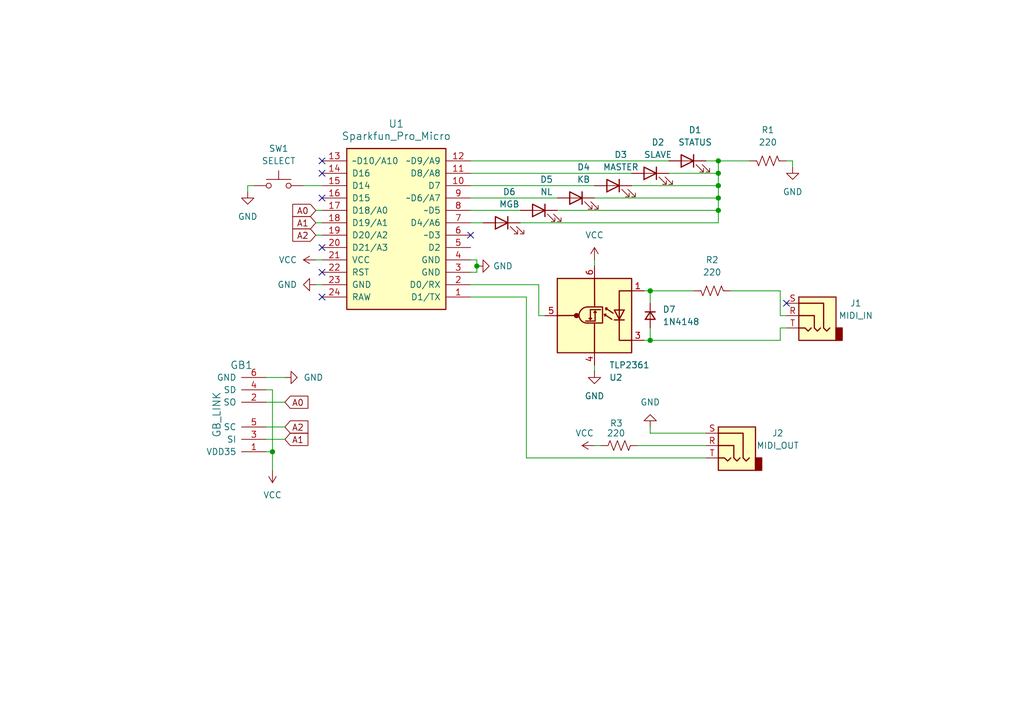
<source format=kicad_sch>
(kicad_sch (version 20231120) (generator "eeschema") (generator_version "8.0")
  (paper "A5")
  (title_block (title "Arduinoboy Pro Micro") (date "2024-03-17") (rev "1") (company "ROKH ENTERPRISES LLC") (comment 1 "Iran E. Garcia"))
  (lib_symbols
    (symbol "Arduino:Sparkfun_Pro_Micro" (pin_names (offset 1.016))
      (property "Reference" "U" (at -8.89 21.59 0))
      (property "Value" "Sparkfun_Pro_Micro" (at 0 19.05 0))
      (symbol "Sparkfun_Pro_Micro_0_1"
        (rectangle (start -10.16 17.78) (end 10.16 -15.24) (stroke (width 0.254)) (fill (type background)))
      )
      (symbol "Sparkfun_Pro_Micro_1_1"
        (pin bidirectional line (at -15.24 15.24 0) (length 5.08) (name "D1/TX") (number "1"))
        (pin bidirectional line (at -15.24 -7.62 0) (length 5.08) (name "D7") (number "10"))
        (pin bidirectional line (at -15.24 -10.16 0) (length 5.08) (name "D8/A8") (number "11"))
        (pin bidirectional line (at -15.24 -12.7 0) (length 5.08) (name "~D9/A9") (number "12"))
        (pin bidirectional line (at 15.24 -12.7 180) (length 5.08) (name "~D10/A10") (number "13"))
        (pin bidirectional line (at 15.24 -10.16 180) (length 5.08) (name "D16") (number "14"))
        (pin bidirectional line (at 15.24 -7.62 180) (length 5.08) (name "D14") (number "15"))
        (pin bidirectional line (at 15.24 -5.08 180) (length 5.08) (name "D15") (number "16"))
        (pin bidirectional line (at 15.24 -2.54 180) (length 5.08) (name "D18/A0") (number "17"))
        (pin bidirectional line (at 15.24 0 180) (length 5.08) (name "D19/A1") (number "18"))
        (pin bidirectional line (at 15.24 2.54 180) (length 5.08) (name "D20/A2") (number "19"))
        (pin bidirectional line (at -15.24 12.7 0) (length 5.08) (name "D0/RX") (number "2"))
        (pin bidirectional line (at 15.24 5.08 180) (length 5.08) (name "D21/A3") (number "20"))
        (pin power_in line (at 15.24 7.62 180) (length 5.08) (name "VCC") (number "21"))
        (pin input line (at 15.24 10.16 180) (length 5.08) (name "RST") (number "22"))
        (pin power_in line (at 15.24 12.7 180) (length 5.08) (name "GND") (number "23"))
        (pin power_in line (at 15.24 15.24 180) (length 5.08) (name "RAW") (number "24"))
        (pin power_in line (at -15.24 10.16 0) (length 5.08) (name "GND") (number "3"))
        (pin power_in line (at -15.24 7.62 0) (length 5.08) (name "GND") (number "4"))
        (pin bidirectional line (at -15.24 5.08 0) (length 5.08) (name "D2") (number "5"))
        (pin bidirectional line (at -15.24 2.54 0) (length 5.08) (name "~D3") (number "6"))
        (pin bidirectional line (at -15.24 0 0) (length 5.08) (name "D4/A6") (number "7"))
        (pin bidirectional line (at -15.24 -2.54 0) (length 5.08) (name "~D5") (number "8"))
        (pin bidirectional line (at -15.24 -5.08 0) (length 5.08) (name "~D6/A7") (number "9"))
      )
    )
    (symbol "Connector_Audio:AudioJack3"
      (property "Reference" "J" (at 0 8.89 0))
      (property "Value" "AudioJack3" (at 0 6.35 0))
      (symbol "AudioJack3_0_1"
        (rectangle (start -5.08 -5.08) (end -6.35 -2.54) (stroke (width 0.254)) (fill (type outline)))
        (polyline (pts (xy 0 -2.54) (xy 0.635 -3.175) (xy 1.27 -2.54) (xy 2.54 -2.54)) (stroke (width 0.254)))
        (polyline (pts (xy -1.905 -2.54) (xy -1.27 -3.175) (xy -0.635 -2.54) (xy -0.635 0) (xy 2.54 0)) (stroke (width 0.254)))
        (polyline (pts (xy 2.54 2.54) (xy -2.54 2.54) (xy -2.54 -2.54) (xy -3.175 -3.175) (xy -3.81 -2.54)) (stroke (width 0.254)))
        (rectangle (start 2.54 3.81) (end -5.08 -5.08) (stroke (width 0.254)) (fill (type background)))
      )
      (symbol "AudioJack3_1_1"
        (pin passive line (at 5.08 0 180) (length 2.54) (name "~") (number "R"))
        (pin passive line (at 5.08 2.54 180) (length 2.54) (name "~") (number "S"))
        (pin passive line (at 5.08 -2.54 180) (length 2.54) (name "~") (number "T"))
      )
    )
    (symbol "Device:D_Small" (pin_numbers hide) (pin_names (offset 0.254) hide)
      (property "Reference" "D" (at -1.27 2.032 0))
      (property "Value" "D_Small" (at -3.81 -2.032 0))
      (symbol "D_Small_0_1"
        (polyline (pts (xy -0.762 -1.016) (xy -0.762 1.016)) (stroke (width 0.254)))
        (polyline (pts (xy -0.762 0) (xy 0.762 0)))
        (polyline (pts (xy 0.762 -1.016) (xy -0.762 0) (xy 0.762 1.016) (xy 0.762 -1.016)) (stroke (width 0.254)))
      )
      (symbol "D_Small_1_1"
        (pin passive line (at -2.54 0 0) (length 1.778) (name "K") (number "1"))
        (pin passive line (at 2.54 0 180) (length 1.778) (name "A") (number "2"))
      )
    )
    (symbol "Device:LED" (pin_numbers hide) (pin_names (offset 1.016) hide)
      (property "Reference" "D" (at 0 2.54 0))
      (property "Value" "LED" (at 0 -2.54 0))
      (symbol "LED_0_1"
        (polyline (pts (xy -1.27 -1.27) (xy -1.27 1.27)) (stroke (width 0.254)))
        (polyline (pts (xy -1.27 0) (xy 1.27 0)))
        (polyline (pts (xy 1.27 -1.27) (xy 1.27 1.27) (xy -1.27 0) (xy 1.27 -1.27)) (stroke (width 0.254)))
        (polyline (pts (xy -3.048 -0.762) (xy -4.572 -2.286) (xy -3.81 -2.286) (xy -4.572 -2.286) (xy -4.572 -1.524)))
        (polyline (pts (xy -1.778 -0.762) (xy -3.302 -2.286) (xy -2.54 -2.286) (xy -3.302 -2.286) (xy -3.302 -1.524)))
      )
      (symbol "LED_1_1"
        (pin passive line (at -3.81 0 0) (length 2.54) (name "K") (number "1"))
        (pin passive line (at 3.81 0 180) (length 2.54) (name "A") (number "2"))
      )
    )
    (symbol "Device:R_US" (pin_numbers hide) (pin_names (offset 0))
      (property "Reference" "R" (at 2.54 0 90))
      (property "Value" "R_US" (at -2.54 0 90))
      (symbol "R_US_0_1"
        (polyline (pts (xy 0 -2.286) (xy 0 -2.54)))
        (polyline (pts (xy 0 2.286) (xy 0 2.54)))
        (polyline (pts (xy 0 -0.762) (xy 1.016 -1.143) (xy 0 -1.524) (xy -1.016 -1.905) (xy 0 -2.286)))
        (polyline (pts (xy 0 0.762) (xy 1.016 0.381) (xy 0 0) (xy -1.016 -0.381) (xy 0 -0.762)))
        (polyline (pts (xy 0 2.286) (xy 1.016 1.905) (xy 0 1.524) (xy -1.016 1.143) (xy 0 0.762)))
      )
      (symbol "R_US_1_1"
        (pin passive line (at 0 3.81 270) (length 1.27) (name "~") (number "1"))
        (pin passive line (at 0 -3.81 90) (length 1.27) (name "~") (number "2"))
      )
    )
    (symbol "GND_1" (power) (pin_numbers hide) (pin_names (offset 0) hide)
      (property "Value" "GND" (at 0 -3.81 0))
      (symbol "GND_1_0_1"
        (polyline (pts (xy 0 0) (xy 0 -1.27) (xy 1.27 -1.27) (xy 0 -2.54) (xy -1.27 -1.27) (xy 0 -1.27)))
      )
      (symbol "GND_1_1_1"
        (pin power_in line (at 0 0 270) (length 0) (name "~") (number "1"))
      )
    )
    (symbol "GND_2" (power) (pin_numbers hide) (pin_names (offset 0) hide)
      (property "Value" "GND" (at 0 -3.81 0))
      (symbol "GND_2_0_1"
        (polyline (pts (xy 0 0) (xy 0 -1.27) (xy 1.27 -1.27) (xy 0 -2.54) (xy -1.27 -1.27) (xy 0 -1.27)))
      )
      (symbol "GND_2_1_1"
        (pin power_in line (at 0 0 270) (length 0) (name "~") (number "1"))
      )
    )
    (symbol "Switch:SW_Push" (pin_numbers hide) (pin_names (offset 1.016) hide)
      (property "Reference" "SW" (at 1.27 2.54 0))
      (property "Value" "SW_Push" (at 0 -1.524 0))
      (symbol "SW_Push_0_1"
        (circle (center -2.032 0) (radius 0.508))
        (polyline (pts (xy 0 1.27) (xy 0 3.048)))
        (polyline (pts (xy 2.54 1.27) (xy -2.54 1.27)))
        (circle (center 2.032 0) (radius 0.508))
        (pin passive line (at -5.08 0 0) (length 2.54) (name "1") (number "1"))
        (pin passive line (at 5.08 0 180) (length 2.54) (name "2") (number "2"))
      )
    )
    (symbol "TLP-2361:TLP2361" (pin_names (offset 1.016) hide)
      (property "Reference" "U" (at -7.112 8.89 0))
      (property "Value" "TLP2361" (at 1.016 9.144 0))
      (symbol "TLP2361_0_1"
        (rectangle (start -7.62 7.62) (end 7.62 -7.62) (stroke (width 0.254)) (fill (type background)))
        (polyline (pts (xy -6.096 -0.889) (xy -4.064 -0.889)) (stroke (width 0.254)))
        (polyline (pts (xy -5.08 -1.27) (xy -5.08 -0.762)) (stroke (width 0.254)))
        (polyline (pts (xy -5.08 1.27) (xy -5.08 -0.762)) (stroke (width 0.254)))
        (polyline (pts (xy -3.81 0.508) (xy -2.286 1.524)) (stroke (width 0.254)))
        (polyline (pts (xy -3.556 -0.762) (xy -2.032 0.254)) (stroke (width 0.254)))
        (polyline (pts (xy -2.286 1.524) (xy -2.5908 1.5748)) (stroke (width 0.254)))
        (polyline (pts (xy -2.286 1.524) (xy -2.3876 1.1684)) (stroke (width 0.254)))
        (polyline (pts (xy -2.032 0.254) (xy -2.3368 0.3048)) (stroke (width 0.254)))
        (polyline (pts (xy -2.032 0.254) (xy -2.1336 -0.1016)) (stroke (width 0.254)))
        (polyline (pts (xy -0.127 -1.1176) (xy 1.8034 -1.1176)) (stroke (width 0.254)))
        (polyline (pts (xy -0.127 0.9144) (xy -0.127 -1.1176)) (stroke (width 0.254)))
        (polyline (pts (xy 0 -7.5946) (xy 0 -1.5748)) (stroke (width 0.254)))
        (polyline (pts (xy 0 7.6454) (xy -0.0254 1.8288)) (stroke (width 0.254)))
        (polyline (pts (xy 0.8382 1.2192) (xy -1.2446 1.2192)) (stroke (width 0.254)))
        (polyline (pts (xy 4.064 0.0254) (xy 7.7216 0)) (stroke (width 0.254)))
        (polyline (pts (xy -7.62 -5.08) (xy -5.08 -5.08) (xy -5.08 -1.27)) (stroke (width 0.254)))
        (polyline (pts (xy -5.08 1.27) (xy -5.08 5.08) (xy -7.62 5.08)) (stroke (width 0.254)))
        (polyline (pts (xy 0.8382 -0.8128) (xy 0.5842 -0.5588) (xy 1.0922 -0.5588)) (stroke (width 0.254)))
        (polyline (pts (xy 0.8382 1.2192) (xy 0.8382 -0.8128) (xy 1.0922 -0.5588)) (stroke (width 0.254)))
        (polyline (pts (xy -6.096 1.143) (xy -4.064 1.143) (xy -5.08 -0.762) (xy -6.096 1.143)) (stroke (width 0.254)))
        (polyline (pts (xy -0.127 0.9144) (xy -0.381 0.6604) (xy 0.127 0.6604) (xy -0.127 0.9144)) (stroke (width 0.254)))
        (polyline (pts (xy 1.397 1.778) (xy -1.651 1.778) (xy -1.651 -1.524) (xy 1.397 -1.524)) (stroke (width 0.254)))
        (arc (start 1.397 -1.524) (mid 2.6016 -1.1302) (end 3.175 0) (stroke (width 0.254)))
        (arc (start 3.175 0) (mid 2.6489 1.2519) (end 1.397 1.778) (stroke (width 0.254)))
        (circle (center 3.683 0) (radius 0.4572) (fill (type outline)))
      )
      (symbol "TLP2361_1_1"
        (pin passive line (at -10.16 5.08 0) (length 2.54) (name "A") (number "1"))
        (pin no_connect line (at -7.62 0 0) (length 2.54) hide (name "NC") (number "2"))
        (pin passive line (at -10.16 -5.08 0) (length 2.54) (name "K") (number "3"))
        (pin power_in line (at 0 -10.16 90) (length 2.54) (name "GND") (number "4"))
        (pin output line (at 10.16 0 180) (length 2.54) (name "VO") (number "5"))
        (pin power_in line (at 0 10.16 270) (length 2.54) (name "VDD") (number "6"))
      )
    )
    (symbol "VCC_1" (power) (pin_numbers hide) (pin_names (offset 0) hide)
      (property "Value" "VCC" (at 0 3.556 0))
      (symbol "VCC_1_0_1"
        (polyline (pts (xy -0.762 1.27) (xy 0 2.54)))
        (polyline (pts (xy 0 0) (xy 0 2.54)))
        (polyline (pts (xy 0 2.54) (xy 0.762 1.27)))
      )
      (symbol "VCC_1_1_1"
        (pin power_in line (at 0 0 90) (length 0) (name "~") (number "1"))
      )
    )
    (symbol "VCC_2" (power) (pin_numbers hide) (pin_names (offset 0) hide)
      (property "Value" "VCC" (at 0 3.556 0))
      (symbol "VCC_2_0_1"
        (polyline (pts (xy -0.762 1.27) (xy 0 2.54)))
        (polyline (pts (xy 0 0) (xy 0 2.54)))
        (polyline (pts (xy 0 2.54) (xy 0.762 1.27)))
      )
      (symbol "VCC_2_1_1"
        (pin power_in line (at 0 0 90) (length 0) (name "~") (number "1"))
      )
    )
    (symbol "gb-link-socket:gb-link-socket" (pin_names (offset 1.016))
      (property "Reference" "GB" (at 0 -11.43 0))
      (property "Value" "gb-link-socket" (at 0 -13.97 0))
      (symbol "gb-link-socket_1_1"
        (pin input line (at 7.62 0 270) (length 5.08) (name "VDD35") (number "1"))
        (pin input line (at -2.54 0 270) (length 5.08) (name "SO") (number "2"))
        (pin input line (at 5.08 0 270) (length 5.08) (name "SI") (number "3"))
        (pin input line (at -5.08 0 270) (length 5.08) (name "SD") (number "4"))
        (pin input line (at 2.54 0 270) (length 5.08) (name "SC") (number "5"))
        (pin input line (at -7.62 0 270) (length 5.08) (name "GND") (number "6"))
      )
    )
    (symbol "power:GND" (power) (pin_names (offset 0))
      (property "Value" "GND" (at 0 -3.81 0))
      (symbol "GND_0_1"
        (polyline (pts (xy 0 0) (xy 0 -1.27) (xy 1.27 -1.27) (xy 0 -2.54) (xy -1.27 -1.27) (xy 0 -1.27)))
      )
      (symbol "GND_1_1"
        (pin power_in line (at 0 0 270) (length 0) hide (name "GND") (number "1"))
      )
    )
    (symbol "power:VCC" (power) (pin_names (offset 0))
      (property "Value" "VCC" (at 0 3.81 0))
      (symbol "VCC_0_1"
        (polyline (pts (xy -0.762 1.27) (xy 0 2.54)))
        (polyline (pts (xy 0 0) (xy 0 2.54)))
        (polyline (pts (xy 0 2.54) (xy 0.762 1.27)))
      )
      (symbol "VCC_1_1"
        (pin power_in line (at 0 0 90) (length 0) hide (name "VCC") (number "1"))
      )
    )
  )
  (junction (at 97.79 54.61))
  (junction (at 133.35 69.85))
  (junction (at 147.32 43.18))
  (junction (at 147.32 35.56))
  (junction (at 55.88 92.71))
  (junction (at 147.32 33.02))
  (junction (at 133.35 59.69))
  (junction (at 147.32 38.1))
  (junction (at 147.32 40.64))
  (no_connect (at 96.52 48.26))
  (no_connect (at 161.29 62.23))
  (no_connect (at 66.04 33.02))
  (no_connect (at 66.04 35.56))
  (no_connect (at 66.04 50.8))
  (no_connect (at 66.04 55.88))
  (no_connect (at 66.04 40.64))
  (no_connect (at 66.04 60.96))
  (wire (pts (xy 147.32 40.64) (xy 121.92 40.64)))
  (wire (pts (xy 97.79 55.88) (xy 97.79 54.61)))
  (wire (pts (xy 54.61 77.47) (xy 58.42 77.47)))
  (wire (pts (xy 147.32 33.02) (xy 153.67 33.02)))
  (wire (pts (xy 121.92 53.34) (xy 121.92 54.61)))
  (wire (pts (xy 64.77 45.72) (xy 66.04 45.72)))
  (wire (pts (xy 54.61 87.63) (xy 58.42 87.63)))
  (wire (pts (xy 54.61 90.17) (xy 58.42 90.17)))
  (wire (pts (xy 160.02 67.31) (xy 161.29 67.31)))
  (wire (pts (xy 147.32 35.56) (xy 137.16 35.56)))
  (wire (pts (xy 133.35 59.69) (xy 133.35 62.23)))
  (wire (pts (xy 96.52 40.64) (xy 114.3 40.64)))
  (wire (pts (xy 50.8 39.37) (xy 50.8 38.1)))
  (wire (pts (xy 147.32 33.02) (xy 147.32 35.56)))
  (wire (pts (xy 96.52 38.1) (xy 121.92 38.1)))
  (wire (pts (xy 107.95 93.98) (xy 107.95 60.96)))
  (wire (pts (xy 144.78 93.98) (xy 107.95 93.98)))
  (wire (pts (xy 147.32 43.18) (xy 114.3 43.18)))
  (wire (pts (xy 96.52 33.02) (xy 137.16 33.02)))
  (wire (pts (xy 144.78 33.02) (xy 147.32 33.02)))
  (wire (pts (xy 121.92 91.44) (xy 123.19 91.44)))
  (wire (pts (xy 133.35 69.85) (xy 160.02 69.85)))
  (wire (pts (xy 52.07 38.1) (xy 50.8 38.1)))
  (wire (pts (xy 147.32 38.1) (xy 147.32 40.64)))
  (wire (pts (xy 96.52 45.72) (xy 99.06 45.72)))
  (wire (pts (xy 107.95 60.96) (xy 96.52 60.96)))
  (wire (pts (xy 147.32 43.18) (xy 147.32 45.72)))
  (wire (pts (xy 64.77 53.34) (xy 66.04 53.34)))
  (wire (pts (xy 110.49 64.77) (xy 111.76 64.77)))
  (wire (pts (xy 54.61 82.55) (xy 58.42 82.55)))
  (wire (pts (xy 96.52 43.18) (xy 106.68 43.18)))
  (wire (pts (xy 147.32 38.1) (xy 129.54 38.1)))
  (wire (pts (xy 133.35 87.63) (xy 133.35 88.9)))
  (wire (pts (xy 55.88 92.71) (xy 55.88 96.52)))
  (wire (pts (xy 64.77 43.18) (xy 66.04 43.18)))
  (wire (pts (xy 162.56 33.02) (xy 161.29 33.02)))
  (wire (pts (xy 133.35 59.69) (xy 142.24 59.69)))
  (wire (pts (xy 144.78 88.9) (xy 133.35 88.9)))
  (wire (pts (xy 54.61 80.01) (xy 55.88 80.01)))
  (wire (pts (xy 64.77 48.26) (xy 66.04 48.26)))
  (wire (pts (xy 162.56 33.02) (xy 162.56 34.29)))
  (wire (pts (xy 96.52 53.34) (xy 97.79 53.34)))
  (wire (pts (xy 130.81 91.44) (xy 144.78 91.44)))
  (wire (pts (xy 62.23 38.1) (xy 66.04 38.1)))
  (wire (pts (xy 160.02 59.69) (xy 160.02 64.77)))
  (wire (pts (xy 121.92 74.93) (xy 121.92 76.2)))
  (wire (pts (xy 96.52 58.42) (xy 110.49 58.42)))
  (wire (pts (xy 54.61 92.71) (xy 55.88 92.71)))
  (wire (pts (xy 160.02 64.77) (xy 161.29 64.77)))
  (wire (pts (xy 96.52 55.88) (xy 97.79 55.88)))
  (wire (pts (xy 55.88 80.01) (xy 55.88 92.71)))
  (wire (pts (xy 132.08 69.85) (xy 133.35 69.85)))
  (wire (pts (xy 147.32 40.64) (xy 147.32 43.18)))
  (wire (pts (xy 132.08 59.69) (xy 133.35 59.69)))
  (wire (pts (xy 97.79 53.34) (xy 97.79 54.61)))
  (wire (pts (xy 160.02 69.85) (xy 160.02 67.31)))
  (wire (pts (xy 110.49 58.42) (xy 110.49 64.77)))
  (wire (pts (xy 149.86 59.69) (xy 160.02 59.69)))
  (wire (pts (xy 147.32 35.56) (xy 147.32 38.1)))
  (wire (pts (xy 96.52 35.56) (xy 129.54 35.56)))
  (wire (pts (xy 133.35 67.31) (xy 133.35 69.85)))
  (wire (pts (xy 147.32 45.72) (xy 106.68 45.72)))
  (wire (pts (xy 64.77 58.42) (xy 66.04 58.42)))
  (global_label "A1" (shape input) (at 64.77 45.72 180) (property "Intersheetrefs" "${INTERSHEET_REFS}" (effects (hide yes))))
  (global_label "A1" (shape input) (at 58.42 90.17 0) (property "Intersheetrefs" "${INTERSHEET_REFS}" (effects (hide yes))))
  (global_label "A2" (shape input) (at 58.42 87.63 0) (property "Intersheetrefs" "${INTERSHEET_REFS}" (effects (hide yes))))
  (global_label "A0" (shape input) (at 64.77 43.18 180) (property "Intersheetrefs" "${INTERSHEET_REFS}" (effects (hide yes))))
  (global_label "A2" (shape input) (at 64.77 48.26 180) (property "Intersheetrefs" "${INTERSHEET_REFS}" (effects (hide yes))))
  (global_label "A0" (shape input) (at 58.42 82.55 0) (property "Intersheetrefs" "${INTERSHEET_REFS}" (effects (hide yes))))
  (symbol (lib_name "VCC_2") (lib_id "power:VCC") (at 121.92 53.34 0) (unit 1)
    (property "Reference" "#PWR01" (effects (hide yes)))
    (property "Value" "VCC" (at 121.92 48.26 0))
    (property "Description" "Power symbol creates a global label with name \"VCC\"" (effects (hide yes)))
  )
  (symbol (lib_name "GND_1") (lib_id "power:GND") (at 97.79 54.61 90) (unit 1)
    (property "Reference" "#PWR011" (effects (hide yes)))
    (property "Value" "GND" (at 101.092 54.61 90) (effects (justify right)))
    (property "Description" "Power symbol creates a global label with name \"GND\" , ground" (effects (hide yes)))
  )
  (symbol (lib_name "VCC_1") (lib_id "power:VCC") (at 64.77 53.34 90) (unit 1)
    (property "Reference" "#PWR012" (effects (hide yes)))
    (property "Value" "VCC" (at 60.96 53.3399 90) (effects (justify left)))
    (property "Description" "Power symbol creates a global label with name \"VCC\"" (effects (hide yes)))
  )
  (symbol (lib_id "Device:R_US") (at 146.05 59.69 270) (mirror x) (unit 1)
    (property "Reference" "R2" (at 146.05 53.34 90))
    (property "Value" "220" (at 146.05 55.88 90))
    (property "Footprint" "Resistor_SMD:R_0805_2012Metric_Pad1.20x1.40mm_HandSolder" (effects (hide yes)))
  )
  (symbol (lib_id "Device:LED") (at 133.35 35.56 0) (mirror y) (unit 1)
    (property "Reference" "D2" (at 134.9375 29.21 0))
    (property "Value" "SLAVE" (at 134.9375 31.75 0))
    (property "Footprint" "LED_SMD:LED_0805_2012Metric_Pad1.15x1.40mm_HandSolder" (effects (hide yes)))
  )
  (symbol (lib_id "Device:LED") (at 110.49 43.18 0) (mirror y) (unit 1)
    (property "Reference" "D5" (at 112.0775 36.83 0))
    (property "Value" "NL" (at 112.0775 39.37 0))
    (property "Footprint" "LED_SMD:LED_0805_2012Metric_Pad1.15x1.40mm_HandSolder" (effects (hide yes)))
  )
  (symbol (lib_id "power:GND") (at 133.35 87.63 180) (unit 1)
    (property "Reference" "#PWR07" (effects (hide yes)))
    (property "Value" "GND" (at 133.35 82.55 0))
  )
  (symbol (lib_id "Device:R_US") (at 127 91.44 90) (unit 1)
    (property "Reference" "R3" (at 127.762 86.868 90) (effects (justify left)))
    (property "Value" "220" (at 128.27 88.9 90) (effects (justify left)))
    (property "Footprint" "Resistor_SMD:R_0805_2012Metric_Pad1.20x1.40mm_HandSolder" (effects (hide yes)))
  )
  (symbol (lib_name "GND_1") (lib_id "power:GND") (at 64.77 58.42 270) (unit 1)
    (property "Reference" "#PWR013" (effects (hide yes)))
    (property "Value" "GND" (at 60.96 58.4199 90) (effects (justify right)))
    (property "Description" "Power symbol creates a global label with name \"GND\" , ground" (effects (hide yes)))
  )
  (symbol (lib_id "Device:D_Small") (at 133.35 64.77 270) (unit 1)
    (property "Reference" "D7" (at 135.89 63.5 90) (effects (justify left)))
    (property "Value" "1N4148" (at 135.89 66.04 90) (effects (justify left)))
    (property "Footprint" "Diode_SMD:D_0805_2012Metric_Pad1.15x1.40mm_HandSolder" (effects (hide yes)))
    (property "Sim.Device" "D" (effects (hide yes)))
    (property "Sim.Pins" "1=K 2=A" (effects (hide yes)))
  )
  (symbol (lib_id "Connector_Audio:AudioJack3") (at 149.86 91.44 0) (mirror y) (unit 1)
    (property "Reference" "J2" (at 159.512 88.9 0))
    (property "Value" "MIDI_OUT" (at 159.512 91.44 0))
    (property "Footprint" "Library:STX3000" (effects (hide yes)))
  )
  (symbol (lib_id "Device:R_US") (at 157.48 33.02 90) (mirror x) (unit 1)
    (property "Reference" "R1" (at 157.48 26.67 90))
    (property "Value" "220" (at 157.48 29.21 90))
    (property "Footprint" "Resistor_SMD:R_0805_2012Metric_Pad1.20x1.40mm_HandSolder" (effects (hide yes)))
  )
  (symbol (lib_id "Device:LED") (at 125.73 38.1 0) (mirror y) (unit 1)
    (property "Reference" "D3" (at 127.3175 31.75 0))
    (property "Value" "MASTER" (at 127.3175 34.29 0))
    (property "Footprint" "LED_SMD:LED_0805_2012Metric_Pad1.15x1.40mm_HandSolder" (effects (hide yes)))
  )
  (symbol (lib_id "Device:LED") (at 140.97 33.02 0) (mirror y) (unit 1)
    (property "Reference" "D1" (at 142.5575 26.67 0))
    (property "Value" "STATUS" (at 142.5575 29.21 0))
    (property "Footprint" "LED_SMD:LED_0805_2012Metric_Pad1.15x1.40mm_HandSolder" (effects (hide yes)))
  )
  (symbol (lib_id "power:GND") (at 162.56 34.29 0) (unit 1)
    (property "Reference" "#PWR05" (effects (hide yes)))
    (property "Value" "GND" (at 162.56 39.37 0))
  )
  (symbol (lib_id "Arduino:Sparkfun_Pro_Micro") (at 81.28 45.72 180) (unit 1)
    (property "Reference" "U1" (at 81.28 25.4 0) (effects (font (size 1.524 1.524))))
    (property "Value" "Sparkfun_Pro_Micro" (at 81.28 27.94 0) (effects (font (size 1.524 1.524))))
    (property "Footprint" "Arduino:Sparkfun_Pro_Micro" (effects (hide yes)))
    (property "Datasheet" "https://www.sparkfun.com/products/12640" (effects (hide yes)))
    (property "Description" "Sparkfun Pro Micro" (effects (hide yes)))
  )
  (symbol (lib_id "Connector_Audio:AudioJack3") (at 166.37 64.77 0) (mirror y) (unit 1)
    (property "Reference" "J1" (at 175.514 62.23 0))
    (property "Value" "MIDI_IN" (at 175.514 64.77 0))
    (property "Footprint" "Library:STX3000" (effects (hide yes)))
  )
  (symbol (lib_id "gb-link-socket:gb-link-socket") (at 54.61 85.09 270) (unit 1)
    (property "Reference" "GB1" (at 49.53 74.93 90) (effects (font (size 1.524 1.524))))
    (property "Value" "GB_LINK" (at 44.45 85.09 0) (effects (font (size 1.524 1.524))))
    (property "Footprint" "gb-link-socket:gbc-link-socket" (effects (hide yes)))
  )
  (symbol (lib_id "Device:LED") (at 118.11 40.64 0) (mirror y) (unit 1)
    (property "Reference" "D4" (at 119.6975 34.29 0))
    (property "Value" "KB" (at 119.6975 36.83 0))
    (property "Footprint" "LED_SMD:LED_0805_2012Metric_Pad1.15x1.40mm_HandSolder" (effects (hide yes)))
  )
  (symbol (lib_id "Switch:SW_Push") (at 57.15 38.1 0) (unit 1)
    (property "Reference" "SW1" (at 57.15 30.48 0))
    (property "Value" "SELECT" (at 57.15 33.02 0))
    (property "Footprint" "Button_Switch_SMD:SW_Tactile_SPST_NO_Straight_CK_PTS636Sx25SMTRLFS" (effects (hide yes)))
    (property "Description" "Push button switch, generic, two pins" (effects (hide yes)))
  )
  (symbol (lib_id "power:VCC") (at 55.88 96.52 180) (unit 1)
    (property "Reference" "#PWR010" (effects (hide yes)))
    (property "Value" "VCC" (at 55.88 101.6 0))
  )
  (symbol (lib_id "power:VCC") (at 121.92 91.44 90) (unit 1)
    (property "Reference" "#PWR03" (effects (hide yes)))
    (property "Value" "VCC" (at 119.888 88.9 90))
  )
  (symbol (lib_id "Device:LED") (at 102.87 45.72 0) (mirror y) (unit 1)
    (property "Reference" "D6" (at 104.4575 39.37 0))
    (property "Value" "MGB" (at 104.4575 41.91 0))
    (property "Footprint" "LED_SMD:LED_0805_2012Metric_Pad1.15x1.40mm_HandSolder" (effects (hide yes)))
  )
  (symbol (lib_name "GND_2") (lib_id "power:GND") (at 121.92 76.2 0) (unit 1)
    (property "Reference" "#PWR02" (effects (hide yes)))
    (property "Value" "GND" (at 121.92 81.28 0))
    (property "Description" "Power symbol creates a global label with name \"GND\" , ground" (effects (hide yes)))
  )
  (symbol (lib_id "power:GND") (at 50.8 39.37 0) (mirror y) (unit 1)
    (property "Reference" "#PWR08" (effects (hide yes)))
    (property "Value" "GND" (at 50.8 44.45 0))
  )
  (symbol (lib_id "power:GND") (at 58.42 77.47 90) (unit 1)
    (property "Reference" "#PWR09" (effects (hide yes)))
    (property "Value" "GND" (at 62.23 77.47 90) (effects (justify right)))
  )
  (symbol (lib_id "TLP-2361:TLP2361") (at 121.92 64.77 0) (mirror y) (unit 1)
    (property "Reference" "U2" (at 124.9365 77.47 0) (effects (justify right)))
    (property "Value" "TLP2361" (at 124.9365 74.93 0) (effects (justify right)))
    (property "Footprint" "Package_SO:SO-5_4.4x3.6mm_P1.27mm" (effects (hide yes)))
    (property "Datasheet" "https://toshiba.semicon-storage.com/info/docget.jsp?did=36717&prodName=TLP2767" (effects (hide yes)))
    (property "Description" "50-Mbps high speed inverting photocouple,5 kVrms, 2.7 - 5.5 Vdd, push-pull output" (effects (hide yes)))
  )
)
</source>
